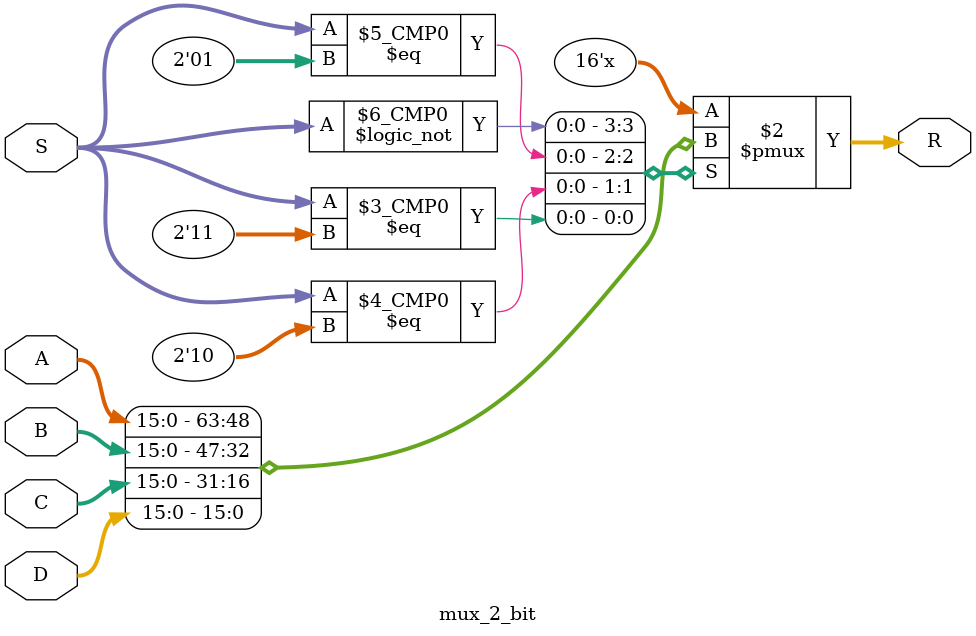
<source format=v>
`timescale 1ns / 1ps

module mux_2_bit(
    input [15:0] A,
    input [15:0] B,
	 input [15:0] C,
	 input [15:0] D,
    input [1:0] S,
    output reg [15:0] R
    );
	
	always @ *
	 
	 case (S)
		0: R = A;
		1: R = B;
		2: R = C;
		3: R = D;
	 endcase
	 
endmodule

</source>
